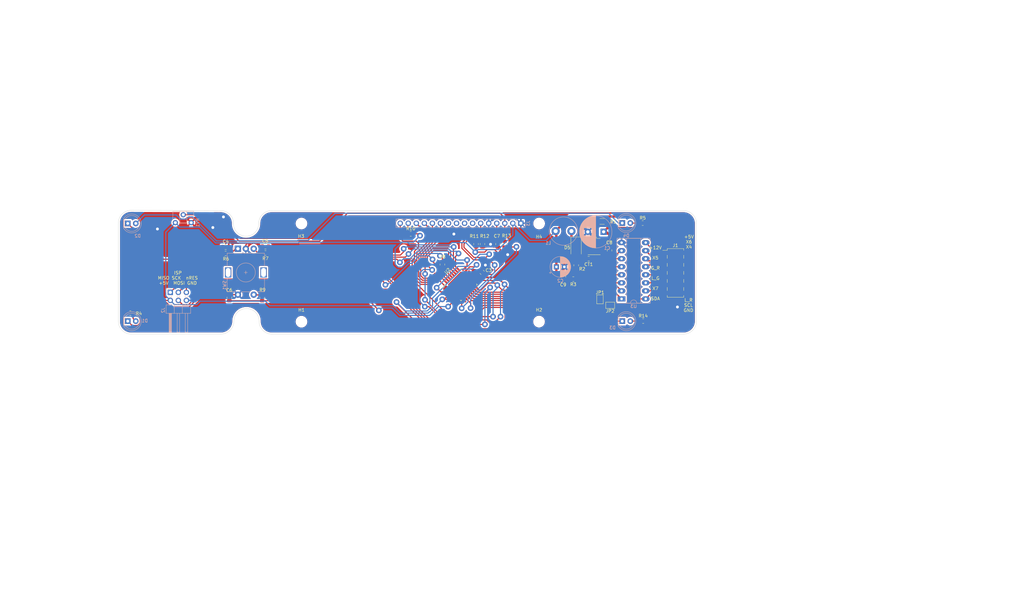
<source format=kicad_pcb>
(kicad_pcb (version 20211014) (generator pcbnew)

  (general
    (thickness 1.6)
  )

  (paper "A4")
  (title_block
    (title "TallySDOAdapter")
    (date "2023-11-07")
    (rev "0.1")
    (company "AGS")
    (comment 1 "Autor: Ferdi")
  )

  (layers
    (0 "F.Cu" signal)
    (31 "B.Cu" signal)
    (32 "B.Adhes" user "B.Adhesive")
    (33 "F.Adhes" user "F.Adhesive")
    (34 "B.Paste" user)
    (35 "F.Paste" user)
    (36 "B.SilkS" user "B.Silkscreen")
    (37 "F.SilkS" user "F.Silkscreen")
    (38 "B.Mask" user)
    (39 "F.Mask" user)
    (40 "Dwgs.User" user "User.Drawings")
    (41 "Cmts.User" user "User.Comments")
    (42 "Eco1.User" user "User.Eco1")
    (43 "Eco2.User" user "User.Eco2")
    (44 "Edge.Cuts" user)
    (45 "Margin" user)
    (46 "B.CrtYd" user "B.Courtyard")
    (47 "F.CrtYd" user "F.Courtyard")
    (48 "B.Fab" user)
    (49 "F.Fab" user)
    (50 "User.1" user)
    (51 "User.2" user)
    (52 "User.3" user)
    (53 "User.4" user)
    (54 "User.5" user)
    (55 "User.6" user)
    (56 "User.7" user)
    (57 "User.8" user)
    (58 "User.9" user)
  )

  (setup
    (stackup
      (layer "F.SilkS" (type "Top Silk Screen"))
      (layer "F.Paste" (type "Top Solder Paste"))
      (layer "F.Mask" (type "Top Solder Mask") (thickness 0.01))
      (layer "F.Cu" (type "copper") (thickness 0.035))
      (layer "dielectric 1" (type "core") (thickness 1.51) (material "FR4") (epsilon_r 4.5) (loss_tangent 0.02))
      (layer "B.Cu" (type "copper") (thickness 0.035))
      (layer "B.Mask" (type "Bottom Solder Mask") (thickness 0.01))
      (layer "B.Paste" (type "Bottom Solder Paste"))
      (layer "B.SilkS" (type "Bottom Silk Screen"))
      (copper_finish "None")
      (dielectric_constraints no)
    )
    (pad_to_mask_clearance 0)
    (pcbplotparams
      (layerselection 0x00010fc_ffffffff)
      (disableapertmacros false)
      (usegerberextensions false)
      (usegerberattributes true)
      (usegerberadvancedattributes true)
      (creategerberjobfile true)
      (svguseinch false)
      (svgprecision 6)
      (excludeedgelayer true)
      (plotframeref false)
      (viasonmask false)
      (mode 1)
      (useauxorigin false)
      (hpglpennumber 1)
      (hpglpenspeed 20)
      (hpglpendiameter 15.000000)
      (dxfpolygonmode true)
      (dxfimperialunits true)
      (dxfusepcbnewfont true)
      (psnegative false)
      (psa4output false)
      (plotreference true)
      (plotvalue true)
      (plotinvisibletext false)
      (sketchpadsonfab false)
      (subtractmaskfromsilk false)
      (outputformat 1)
      (mirror false)
      (drillshape 1)
      (scaleselection 1)
      (outputdirectory "")
    )
  )

  (net 0 "")
  (net 1 "+12V")
  (net 2 "GND")
  (net 3 "+5V")
  (net 4 "ENC_A")
  (net 5 "ENC_B")
  (net 6 "BTN")
  (net 7 "Net-(C7-Pad1)")
  (net 8 "Net-(CT1-Pad1)")
  (net 9 "LED_GREEN_ONB")
  (net 10 "Net-(D1-Pad2)")
  (net 11 "LED_RED_ONB")
  (net 12 "Net-(D2-Pad2)")
  (net 13 "Net-(D3-Pad2)")
  (net 14 "Net-(D4-Pad2)")
  (net 15 "Net-(D5-Pad1)")
  (net 16 "LED_GREEN")
  (net 17 "LED_RED")
  (net 18 "GLUE_RED")
  (net 19 "X4")
  (net 20 "X5")
  (net 21 "SCL")
  (net 22 "SDA")
  (net 23 "X7")
  (net 24 "X6")
  (net 25 "nRES")
  (net 26 "LCD_RS")
  (net 27 "LCD_E")
  (net 28 "unconnected-(J3-Pad7)")
  (net 29 "unconnected-(J3-Pad8)")
  (net 30 "unconnected-(J3-Pad9)")
  (net 31 "unconnected-(J3-Pad10)")
  (net 32 "LCD_DB4")
  (net 33 "LCD_DB5")
  (net 34 "LCD_DB6")
  (net 35 "LCD_DB7")
  (net 36 "Net-(J3-Pad15)")
  (net 37 "LCD_BL")
  (net 38 "LCD_BLC")
  (net 39 "Net-(R1-Pad2)")
  (net 40 "Net-(R2-Pad1)")
  (net 41 "Net-(R6-Pad2)")
  (net 42 "Net-(R7-Pad2)")
  (net 43 "Net-(R9-Pad1)")
  (net 44 "LCD_V0")
  (net 45 "MISO_X5C")
  (net 46 "unconnected-(U2-Pad8)")
  (net 47 "LED_GRUEN_C")
  (net 48 "LED_ROT_C")
  (net 49 "GLUE_ROT_C")
  (net 50 "unconnected-(U2-Pad19)")
  (net 51 "unconnected-(U2-Pad20)")
  (net 52 "unconnected-(U2-Pad22)")
  (net 53 "SCK_X6C")
  (net 54 "MOSI_X4C")

  (footprint "Resistor_SMD:R_0805_2012Metric" (layer "F.Cu") (at 194.8434 106.3752 90))

  (footprint "Jumper:SolderJumper-2_P1.3mm_Open_TrianglePad1.0x1.5mm" (layer "F.Cu") (at 233.9848 123.8642 -90))

  (footprint "Capacitor_SMD:C_0805_2012Metric" (layer "F.Cu") (at 128.3106 107.2134 180))

  (footprint "Resistor_SMD:R_0805_2012Metric" (layer "F.Cu") (at 127.3048 123.3678 -90))

  (footprint "Resistor_SMD:R_0805_2012Metric" (layer "F.Cu") (at 184.2008 112.8522 -90))

  (footprint "Capacitor_SMD:C_0805_2012Metric" (layer "F.Cu") (at 230.4136 111.0234 180))

  (footprint "Resistor_SMD:R_0805_2012Metric" (layer "F.Cu") (at 85.6488 128.1684 180))

  (footprint "Diode_SMD:D_SMA" (layer "F.Cu") (at 226.4537 107.5497 -90))

  (footprint "Resistor_SMD:R_0805_2012Metric" (layer "F.Cu") (at 225.5539 117.475 180))

  (footprint "Connector_PinHeader_2.54mm:PinHeader_2x06_P2.54mm_Vertical_SMD" (layer "F.Cu") (at 257.81 115.4938))

  (footprint "MountingHole:MountingHole_2.7mm_M2.5" (layer "F.Cu") (at 139.7 99.8982))

  (footprint "Resistor_SMD:R_0805_2012Metric" (layer "F.Cu") (at 247.6265 130.7084))

  (footprint "Capacitor_SMD:C_0805_2012Metric" (layer "F.Cu") (at 222.4278 116.5962 -90))

  (footprint "Resistor_SMD:R_0805_2012Metric" (layer "F.Cu") (at 226.4791 113.0916 90))

  (footprint "Resistor_SMD:R_0805_2012Metric" (layer "F.Cu") (at 128.3227 109.1946 180))

  (footprint "Resistor_SMD:R_0805_2012Metric" (layer "F.Cu") (at 203.8604 106.4006 -90))

  (footprint "Package_SO:SOIC-8_3.9x4.9mm_P1.27mm" (layer "F.Cu") (at 232.1321 107.1753))

  (footprint "Jumper:SolderJumper-2_P1.3mm_Open_TrianglePad1.0x1.5mm" (layer "F.Cu") (at 237.1968 125.73 180))

  (footprint "Capacitor_SMD:C_0805_2012Metric" (layer "F.Cu") (at 116.9162 123.3322 90))

  (footprint "Resistor_SMD:R_0805_2012Metric" (layer "F.Cu") (at 174.2186 103.1494))

  (footprint "Package_QFP:TQFP-32_7x7mm_P0.8mm" (layer "F.Cu") (at 190.082153 119.181361 45))

  (footprint "Capacitor_SMD:C_0805_2012Metric" (layer "F.Cu") (at 196.7738 115.316 -45))

  (footprint "Capacitor_SMD:C_0805_2012Metric" (layer "F.Cu") (at 201.7776 106.4006 -90))

  (footprint "Capacitor_SMD:C_0805_2012Metric" (layer "F.Cu") (at 237.0074 108.3818 90))

  (footprint "MountingHole:MountingHole_2.7mm_M2.5" (layer "F.Cu") (at 139.7 130.9116))

  (footprint "MountingHole:MountingHole_2.7mm_M2.5" (layer "F.Cu") (at 214.7316 130.8862))

  (footprint "Resistor_SMD:R_0805_2012Metric" (layer "F.Cu") (at 196.8754 106.3771 -90))

  (footprint "MountingHole:MountingHole_2.7mm_M2.5" (layer "F.Cu") (at 214.757 99.8982))

  (footprint "Resistor_SMD:R_0805_2012Metric" (layer "F.Cu") (at 115.7459 109.347))

  (footprint "Resistor_SMD:R_1206_3216Metric" (layer "F.Cu") (at 234.6559 99.2378 180))

  (footprint "Resistor_SMD:R_0805_2012Metric" (layer "F.Cu") (at 247.4741 99.7712))

  (footprint "Capacitor_SMD:C_0805_2012Metric" (layer "F.Cu") (at 115.763 107.3658))

  (footprint "LED_THT:LED_D5.0mm" (layer "B.Cu") (at 241.0156 99.7458))

  (footprint "Capacitor_THT:CP_Radial_D10.0mm_P5.00mm" (layer "B.Cu") (at 235.133277 102.5144 180))

  (footprint "Package_DIP:DIP-16_W7.62mm_Socket_LongPads" (layer "B.Cu") (at 240.802 123.708))

  (footprint "LED_THT:LED_D5.0mm" (layer "B.Cu") (at 84.831 130.7338))

  (footprint "LED_THT:LED_D5.0mm" (layer "B.Cu") (at 84.831 99.8728))

  (footprint "Connector_PinHeader_2.54mm:PinHeader_1x16_P2.54mm_Vertical" (layer "B.Cu") (at 208.9912 99.822 90))

  (footprint "Capacitor_THT:CP_Radial_D6.3mm_P2.50mm" (layer "B.Cu") (at 220.2072 113.5888))

  (footprint "Rotary_Encoder:RotaryEncoder_Alps_EC11E-Switch_Vertical_H20mm" (layer "B.Cu") (at 119.6232 107.8628 -90))

  (footprint "LED_THT:LED_D5.0mm" (layer "B.Cu") (at 241.0156 130.7338))

  (footprint "Potentiometer_THT:Potentiometer_Piher_PT-6-H_Horizontal" (layer "B.Cu") (at 104.862 99.623 90))

  (footprint "Inductor_THT:L_Radial_D8.7mm_P5.00mm_Fastron_07HCP" (layer "B.Cu") (at 224.9678 102.2858 180))

  (footprint "Connector_PinHeader_2.54mm:PinHeader_2x03_P2.54mm_Horizontal" (layer "B.Cu")
    (tedit 59FED5CB) (tstamp ef04cd63-f6de-44a4-8d12-810d6a474978)
    (at 98.2726 121.6406 -90)
    (descr "Through hole angled pin header, 2x03, 2.54mm pitch, 6mm pin length, double rows")
    (tags "Through hole angled pin header THT 2x03 2.54mm double row")
    (property "Sheetfile" "tallySdoAdapter.kicad_sch")
    (property "Sheetname" "")
    (path "/1f366d83-2c0d-4a43-9cd6-9d462fb05014")
    (attr through_hole)
    (fp_text reference "J2" (at 5.655 2.27 90) (layer "B.SilkS")
      (effects (font (size 1 1) (thickness 0.15)) (justify mirror))
      (tstamp 938cc6bb-63f4-4741-9341-8900262fb396)
    )
    (fp_text value "AVR-ISP-6" (at 5.655 -7.35 90) (layer "B.Fab")
      (effects (font (size 1 1) (thickness 0.15)) (justify mirror))
      (tstamp 4fc17067-ce59-4cf7-a532-52680f7319e1)
    )
    (fp_text user "${REFERENCE}" (at 5.31 -2.54) (layer "B.Fab")
      (effects (font (size 1 1) (thickness 0.15)) (justify mirror))
      (tstamp 81591a06-8637-4d19-859b-1eb1ae0c8baa)
    )
    (fp_line (start 6.64 -0.28) (end 12.64 -0.28) (layer "B.SilkS") (width 0.12) (tstamp 0a383b62-b399-4c7f-9438-6865b20386ec))
    (fp_line (start 1.042929 -4.7) (end 1.497071 -4.7) (layer "B.SilkS") (width 0.12) (tstamp 101003de-9d5d-4e56-ab94-40242c491e28))
    (fp_line (start 6.64 -0.04) (end 12.64 -0.04) (layer "B.SilkS") (width 0.12) (tstamp 115cc127-84a1-4831-a6dc-b2bb1bcce6a8))
    (fp_line (start 3.582929 -2.92) (end 3.98 -2.92) (layer "B.SilkS") (width 0.12) (tstamp 119a9bc4-c40e-489a-b126-b02dc9408ab9))
    (fp_line (start 6.64 0.32) (end 12.64 0.32) (layer "B.SilkS") (width 0.12) (tstamp 1538fc38-3c07-4444-b99c-03103891d2e5))
    (fp_line (start 12.64 -2.16) (end 12.64 -2.92) (layer "B.SilkS") (width 0.12) (tstamp 1bfcffce-e60e-4b71-a973-c7e150ef32c4))
    (fp_line (start 3.582929 -0.38) (end 3.98 -0.38) (layer "B.SilkS") (width 0.12) (tstamp 215d7018-38ae-4296-a777-d6e796451d24))
    (fp_line (start 3.98 -6.41) (end 6.64 -6.41) (layer "B.SilkS") (width 0.12) (tstamp 21750b65-d1db-4a42-96d3-d76966199fe4))
    (fp_line (start -1.27 1.27) (end 0 1.27) (layer "B.SilkS") (width 0.12) (tstamp 2d5f70c5-59c8-4d7a-8e5c-539969ac2c7e))
    (fp_line (start 3.98 -1.27) (end 6.64 -1.27) (layer "B.SilkS") (width 0.12) (tstamp 2e4e7670-9e42-4361-b195-ace635e009f1))
    (fp_line (start 3.582929 -5.46) (end 3.98 -5.46) (layer "B.SilkS") (width 0.12) (tstamp 39a11bd3-f5a1-4f70-a5b7-9c0e23c595cc))
    (fp_line (start 3.98 1.33) (end 3.98 -6.41) (layer "B.SilkS") (width 0.12) (tstamp 40417e62-3bb2-44f1-a216-5246446fc404))
    (fp_line (start 6.64 0.08) (end 12.64 0.08) (layer "B.SilkS") (width 0.12) (tstamp 4afc8d6f-e6ff-4aee-ba32-ad79eb6637b3))
    (fp_line (start 3.582929 -4.7) (end 3.98 -4.7) (layer "B.SilkS") (width 0.12) (tstamp 4eed2c39-2d97-4c9f-a124-6cc49586b5ab))
    (fp_line (start 1.042929 -2.92) (end 1.497071 -2.92) (layer "B.SilkS") (width 0.12) (tstamp 560f59d4-87c6-4fa1-ac17-323ecbd84258))
    (fp_line (start 12.64 0.38) (end 12.64 -0.38) (layer "B.SilkS") (width 0.12) (tstamp 5d5e4889-4bd6-4707-a1b1-d7a3c9bceb8f))
    (fp_line (start -1.27 0) (end -1.27 1.27) (layer "B.SilkS") (width 0.12) (tstamp 60215205-e030-4809-9080-1d88cafc5e05))
    (fp_line (start 12.64 -5.46) (end 6.64 -5.46) (layer "B.SilkS") (width 0.12) (tstamp 640e3b5c-42b1-46a2-bd52-62fee5c29567))
    (fp_line (start 6.64 -6.41) (end 6.64 1.33) (layer "B.SilkS") (width 0.12) (tstamp 6ed90e09-bdfa-4da1-8b5d-737d0b336c29))
    (fp_line (start 12.64 -0.38) (end 6.64 -0.38) (layer "B.SilkS") (width 0.12) (tstamp 73ed7b44-5a0e-4a3a-97f7-743054146581))
    (fp_line (start 6.64 0.38) (end 12.64 0.38) (layer "B.SilkS") (width 0.12) (tstamp 81c796f5-e5fa-
... [1271655 chars truncated]
</source>
